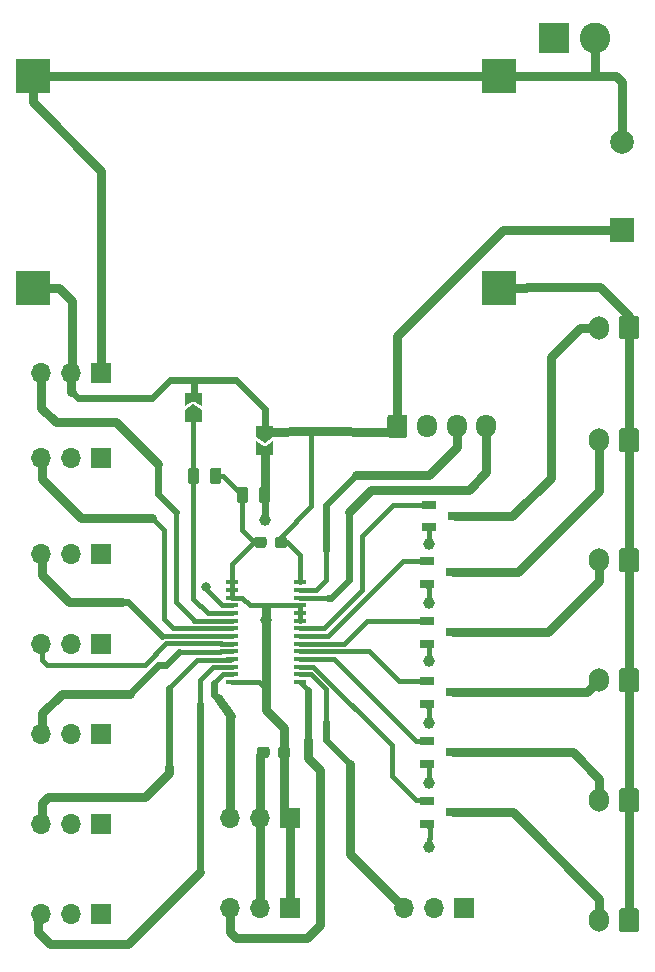
<source format=gbr>
G04 #@! TF.GenerationSoftware,KiCad,Pcbnew,5.1.5*
G04 #@! TF.CreationDate,2020-03-10T21:27:45+01:00*
G04 #@! TF.ProjectId,carte_PCA9685,63617274-655f-4504-9341-393638352e6b,rev?*
G04 #@! TF.SameCoordinates,Original*
G04 #@! TF.FileFunction,Copper,L1,Top*
G04 #@! TF.FilePolarity,Positive*
%FSLAX46Y46*%
G04 Gerber Fmt 4.6, Leading zero omitted, Abs format (unit mm)*
G04 Created by KiCad (PCBNEW 5.1.5) date 2020-03-10 21:27:45*
%MOMM*%
%LPD*%
G04 APERTURE LIST*
%ADD10C,0.100000*%
%ADD11O,1.700000X1.950000*%
%ADD12R,1.100000X0.400000*%
%ADD13R,2.000000X2.000000*%
%ADD14C,2.000000*%
%ADD15R,2.600000X2.600000*%
%ADD16C,2.600000*%
%ADD17O,1.700000X2.000000*%
%ADD18R,2.900000X2.900000*%
%ADD19R,1.200000X0.800000*%
%ADD20R,1.700000X1.700000*%
%ADD21O,1.700000X1.700000*%
%ADD22C,1.000000*%
%ADD23C,0.800000*%
%ADD24C,0.400000*%
%ADD25C,0.800000*%
%ADD26C,0.600000*%
G04 APERTURE END LIST*
G04 #@! TA.AperFunction,ComponentPad*
D10*
G36*
X161614504Y-65406204D02*
G01*
X161638773Y-65409804D01*
X161662571Y-65415765D01*
X161685671Y-65424030D01*
X161707849Y-65434520D01*
X161728893Y-65447133D01*
X161748598Y-65461747D01*
X161766777Y-65478223D01*
X161783253Y-65496402D01*
X161797867Y-65516107D01*
X161810480Y-65537151D01*
X161820970Y-65559329D01*
X161829235Y-65582429D01*
X161835196Y-65606227D01*
X161838796Y-65630496D01*
X161840000Y-65655000D01*
X161840000Y-67105000D01*
X161838796Y-67129504D01*
X161835196Y-67153773D01*
X161829235Y-67177571D01*
X161820970Y-67200671D01*
X161810480Y-67222849D01*
X161797867Y-67243893D01*
X161783253Y-67263598D01*
X161766777Y-67281777D01*
X161748598Y-67298253D01*
X161728893Y-67312867D01*
X161707849Y-67325480D01*
X161685671Y-67335970D01*
X161662571Y-67344235D01*
X161638773Y-67350196D01*
X161614504Y-67353796D01*
X161590000Y-67355000D01*
X160390000Y-67355000D01*
X160365496Y-67353796D01*
X160341227Y-67350196D01*
X160317429Y-67344235D01*
X160294329Y-67335970D01*
X160272151Y-67325480D01*
X160251107Y-67312867D01*
X160231402Y-67298253D01*
X160213223Y-67281777D01*
X160196747Y-67263598D01*
X160182133Y-67243893D01*
X160169520Y-67222849D01*
X160159030Y-67200671D01*
X160150765Y-67177571D01*
X160144804Y-67153773D01*
X160141204Y-67129504D01*
X160140000Y-67105000D01*
X160140000Y-65655000D01*
X160141204Y-65630496D01*
X160144804Y-65606227D01*
X160150765Y-65582429D01*
X160159030Y-65559329D01*
X160169520Y-65537151D01*
X160182133Y-65516107D01*
X160196747Y-65496402D01*
X160213223Y-65478223D01*
X160231402Y-65461747D01*
X160251107Y-65447133D01*
X160272151Y-65434520D01*
X160294329Y-65424030D01*
X160317429Y-65415765D01*
X160341227Y-65409804D01*
X160365496Y-65406204D01*
X160390000Y-65405000D01*
X161590000Y-65405000D01*
X161614504Y-65406204D01*
G37*
G04 #@! TD.AperFunction*
D11*
X163490000Y-66380000D03*
X165990000Y-66380000D03*
X168490000Y-66380000D03*
D12*
X147010000Y-79595000D03*
X147010000Y-80245000D03*
X147010000Y-80895000D03*
X147010000Y-81545000D03*
X147010000Y-82195000D03*
X147010000Y-82845000D03*
X147010000Y-83495000D03*
X147010000Y-84145000D03*
X147010000Y-84795000D03*
X147010000Y-85445000D03*
X147010000Y-86095000D03*
X147010000Y-86745000D03*
X147010000Y-87395000D03*
X147010000Y-88045000D03*
X152710000Y-88045000D03*
X152710000Y-87395000D03*
X152710000Y-86745000D03*
X152710000Y-86095000D03*
X152710000Y-85445000D03*
X152710000Y-84795000D03*
X152710000Y-84145000D03*
X152710000Y-83495000D03*
X152710000Y-82845000D03*
X152710000Y-82195000D03*
X152710000Y-81545000D03*
X152710000Y-80895000D03*
X152710000Y-80245000D03*
X152710000Y-79595000D03*
G04 #@! TA.AperFunction,SMDPad,CuDef*
D10*
G36*
X144470000Y-63560000D02*
G01*
X144470000Y-64710000D01*
X143720000Y-64210000D01*
X142970000Y-64710000D01*
X142970000Y-63560000D01*
X144470000Y-63560000D01*
G37*
G04 #@! TD.AperFunction*
G04 #@! TA.AperFunction,SMDPad,CuDef*
G36*
X143720000Y-64510000D02*
G01*
X144470000Y-65010000D01*
X144470000Y-66010000D01*
X142970000Y-66010000D01*
X142970000Y-65010000D01*
X143720000Y-64510000D01*
G37*
G04 #@! TD.AperFunction*
G04 #@! TA.AperFunction,SMDPad,CuDef*
G36*
X145862642Y-69891174D02*
G01*
X145886303Y-69894684D01*
X145909507Y-69900496D01*
X145932029Y-69908554D01*
X145953653Y-69918782D01*
X145974170Y-69931079D01*
X145993383Y-69945329D01*
X146011107Y-69961393D01*
X146027171Y-69979117D01*
X146041421Y-69998330D01*
X146053718Y-70018847D01*
X146063946Y-70040471D01*
X146072004Y-70062993D01*
X146077816Y-70086197D01*
X146081326Y-70109858D01*
X146082500Y-70133750D01*
X146082500Y-71046250D01*
X146081326Y-71070142D01*
X146077816Y-71093803D01*
X146072004Y-71117007D01*
X146063946Y-71139529D01*
X146053718Y-71161153D01*
X146041421Y-71181670D01*
X146027171Y-71200883D01*
X146011107Y-71218607D01*
X145993383Y-71234671D01*
X145974170Y-71248921D01*
X145953653Y-71261218D01*
X145932029Y-71271446D01*
X145909507Y-71279504D01*
X145886303Y-71285316D01*
X145862642Y-71288826D01*
X145838750Y-71290000D01*
X145351250Y-71290000D01*
X145327358Y-71288826D01*
X145303697Y-71285316D01*
X145280493Y-71279504D01*
X145257971Y-71271446D01*
X145236347Y-71261218D01*
X145215830Y-71248921D01*
X145196617Y-71234671D01*
X145178893Y-71218607D01*
X145162829Y-71200883D01*
X145148579Y-71181670D01*
X145136282Y-71161153D01*
X145126054Y-71139529D01*
X145117996Y-71117007D01*
X145112184Y-71093803D01*
X145108674Y-71070142D01*
X145107500Y-71046250D01*
X145107500Y-70133750D01*
X145108674Y-70109858D01*
X145112184Y-70086197D01*
X145117996Y-70062993D01*
X145126054Y-70040471D01*
X145136282Y-70018847D01*
X145148579Y-69998330D01*
X145162829Y-69979117D01*
X145178893Y-69961393D01*
X145196617Y-69945329D01*
X145215830Y-69931079D01*
X145236347Y-69918782D01*
X145257971Y-69908554D01*
X145280493Y-69900496D01*
X145303697Y-69894684D01*
X145327358Y-69891174D01*
X145351250Y-69890000D01*
X145838750Y-69890000D01*
X145862642Y-69891174D01*
G37*
G04 #@! TD.AperFunction*
G04 #@! TA.AperFunction,SMDPad,CuDef*
G36*
X143987642Y-69891174D02*
G01*
X144011303Y-69894684D01*
X144034507Y-69900496D01*
X144057029Y-69908554D01*
X144078653Y-69918782D01*
X144099170Y-69931079D01*
X144118383Y-69945329D01*
X144136107Y-69961393D01*
X144152171Y-69979117D01*
X144166421Y-69998330D01*
X144178718Y-70018847D01*
X144188946Y-70040471D01*
X144197004Y-70062993D01*
X144202816Y-70086197D01*
X144206326Y-70109858D01*
X144207500Y-70133750D01*
X144207500Y-71046250D01*
X144206326Y-71070142D01*
X144202816Y-71093803D01*
X144197004Y-71117007D01*
X144188946Y-71139529D01*
X144178718Y-71161153D01*
X144166421Y-71181670D01*
X144152171Y-71200883D01*
X144136107Y-71218607D01*
X144118383Y-71234671D01*
X144099170Y-71248921D01*
X144078653Y-71261218D01*
X144057029Y-71271446D01*
X144034507Y-71279504D01*
X144011303Y-71285316D01*
X143987642Y-71288826D01*
X143963750Y-71290000D01*
X143476250Y-71290000D01*
X143452358Y-71288826D01*
X143428697Y-71285316D01*
X143405493Y-71279504D01*
X143382971Y-71271446D01*
X143361347Y-71261218D01*
X143340830Y-71248921D01*
X143321617Y-71234671D01*
X143303893Y-71218607D01*
X143287829Y-71200883D01*
X143273579Y-71181670D01*
X143261282Y-71161153D01*
X143251054Y-71139529D01*
X143242996Y-71117007D01*
X143237184Y-71093803D01*
X143233674Y-71070142D01*
X143232500Y-71046250D01*
X143232500Y-70133750D01*
X143233674Y-70109858D01*
X143237184Y-70086197D01*
X143242996Y-70062993D01*
X143251054Y-70040471D01*
X143261282Y-70018847D01*
X143273579Y-69998330D01*
X143287829Y-69979117D01*
X143303893Y-69961393D01*
X143321617Y-69945329D01*
X143340830Y-69931079D01*
X143361347Y-69918782D01*
X143382971Y-69908554D01*
X143405493Y-69900496D01*
X143428697Y-69894684D01*
X143452358Y-69891174D01*
X143476250Y-69890000D01*
X143963750Y-69890000D01*
X143987642Y-69891174D01*
G37*
G04 #@! TD.AperFunction*
G04 #@! TA.AperFunction,SMDPad,CuDef*
G36*
X149733000Y-67839000D02*
G01*
X148983000Y-67339000D01*
X148983000Y-66339000D01*
X150483000Y-66339000D01*
X150483000Y-67339000D01*
X149733000Y-67839000D01*
G37*
G04 #@! TD.AperFunction*
G04 #@! TA.AperFunction,SMDPad,CuDef*
G36*
X148983000Y-68789000D02*
G01*
X148983000Y-67639000D01*
X149733000Y-68139000D01*
X150483000Y-67639000D01*
X150483000Y-68789000D01*
X148983000Y-68789000D01*
G37*
G04 #@! TD.AperFunction*
G04 #@! TA.AperFunction,SMDPad,CuDef*
G36*
X151440779Y-75726144D02*
G01*
X151463834Y-75729563D01*
X151486443Y-75735227D01*
X151508387Y-75743079D01*
X151529457Y-75753044D01*
X151549448Y-75765026D01*
X151568168Y-75778910D01*
X151585438Y-75794562D01*
X151601090Y-75811832D01*
X151614974Y-75830552D01*
X151626956Y-75850543D01*
X151636921Y-75871613D01*
X151644773Y-75893557D01*
X151650437Y-75916166D01*
X151653856Y-75939221D01*
X151655000Y-75962500D01*
X151655000Y-76437500D01*
X151653856Y-76460779D01*
X151650437Y-76483834D01*
X151644773Y-76506443D01*
X151636921Y-76528387D01*
X151626956Y-76549457D01*
X151614974Y-76569448D01*
X151601090Y-76588168D01*
X151585438Y-76605438D01*
X151568168Y-76621090D01*
X151549448Y-76634974D01*
X151529457Y-76646956D01*
X151508387Y-76656921D01*
X151486443Y-76664773D01*
X151463834Y-76670437D01*
X151440779Y-76673856D01*
X151417500Y-76675000D01*
X150842500Y-76675000D01*
X150819221Y-76673856D01*
X150796166Y-76670437D01*
X150773557Y-76664773D01*
X150751613Y-76656921D01*
X150730543Y-76646956D01*
X150710552Y-76634974D01*
X150691832Y-76621090D01*
X150674562Y-76605438D01*
X150658910Y-76588168D01*
X150645026Y-76569448D01*
X150633044Y-76549457D01*
X150623079Y-76528387D01*
X150615227Y-76506443D01*
X150609563Y-76483834D01*
X150606144Y-76460779D01*
X150605000Y-76437500D01*
X150605000Y-75962500D01*
X150606144Y-75939221D01*
X150609563Y-75916166D01*
X150615227Y-75893557D01*
X150623079Y-75871613D01*
X150633044Y-75850543D01*
X150645026Y-75830552D01*
X150658910Y-75811832D01*
X150674562Y-75794562D01*
X150691832Y-75778910D01*
X150710552Y-75765026D01*
X150730543Y-75753044D01*
X150751613Y-75743079D01*
X150773557Y-75735227D01*
X150796166Y-75729563D01*
X150819221Y-75726144D01*
X150842500Y-75725000D01*
X151417500Y-75725000D01*
X151440779Y-75726144D01*
G37*
G04 #@! TD.AperFunction*
G04 #@! TA.AperFunction,SMDPad,CuDef*
G36*
X149690779Y-75726144D02*
G01*
X149713834Y-75729563D01*
X149736443Y-75735227D01*
X149758387Y-75743079D01*
X149779457Y-75753044D01*
X149799448Y-75765026D01*
X149818168Y-75778910D01*
X149835438Y-75794562D01*
X149851090Y-75811832D01*
X149864974Y-75830552D01*
X149876956Y-75850543D01*
X149886921Y-75871613D01*
X149894773Y-75893557D01*
X149900437Y-75916166D01*
X149903856Y-75939221D01*
X149905000Y-75962500D01*
X149905000Y-76437500D01*
X149903856Y-76460779D01*
X149900437Y-76483834D01*
X149894773Y-76506443D01*
X149886921Y-76528387D01*
X149876956Y-76549457D01*
X149864974Y-76569448D01*
X149851090Y-76588168D01*
X149835438Y-76605438D01*
X149818168Y-76621090D01*
X149799448Y-76634974D01*
X149779457Y-76646956D01*
X149758387Y-76656921D01*
X149736443Y-76664773D01*
X149713834Y-76670437D01*
X149690779Y-76673856D01*
X149667500Y-76675000D01*
X149092500Y-76675000D01*
X149069221Y-76673856D01*
X149046166Y-76670437D01*
X149023557Y-76664773D01*
X149001613Y-76656921D01*
X148980543Y-76646956D01*
X148960552Y-76634974D01*
X148941832Y-76621090D01*
X148924562Y-76605438D01*
X148908910Y-76588168D01*
X148895026Y-76569448D01*
X148883044Y-76549457D01*
X148873079Y-76528387D01*
X148865227Y-76506443D01*
X148859563Y-76483834D01*
X148856144Y-76460779D01*
X148855000Y-76437500D01*
X148855000Y-75962500D01*
X148856144Y-75939221D01*
X148859563Y-75916166D01*
X148865227Y-75893557D01*
X148873079Y-75871613D01*
X148883044Y-75850543D01*
X148895026Y-75830552D01*
X148908910Y-75811832D01*
X148924562Y-75794562D01*
X148941832Y-75778910D01*
X148960552Y-75765026D01*
X148980543Y-75753044D01*
X149001613Y-75743079D01*
X149023557Y-75735227D01*
X149046166Y-75729563D01*
X149069221Y-75726144D01*
X149092500Y-75725000D01*
X149667500Y-75725000D01*
X149690779Y-75726144D01*
G37*
G04 #@! TD.AperFunction*
G04 #@! TA.AperFunction,SMDPad,CuDef*
G36*
X150005142Y-71493674D02*
G01*
X150028803Y-71497184D01*
X150052007Y-71502996D01*
X150074529Y-71511054D01*
X150096153Y-71521282D01*
X150116670Y-71533579D01*
X150135883Y-71547829D01*
X150153607Y-71563893D01*
X150169671Y-71581617D01*
X150183921Y-71600830D01*
X150196218Y-71621347D01*
X150206446Y-71642971D01*
X150214504Y-71665493D01*
X150220316Y-71688697D01*
X150223826Y-71712358D01*
X150225000Y-71736250D01*
X150225000Y-72648750D01*
X150223826Y-72672642D01*
X150220316Y-72696303D01*
X150214504Y-72719507D01*
X150206446Y-72742029D01*
X150196218Y-72763653D01*
X150183921Y-72784170D01*
X150169671Y-72803383D01*
X150153607Y-72821107D01*
X150135883Y-72837171D01*
X150116670Y-72851421D01*
X150096153Y-72863718D01*
X150074529Y-72873946D01*
X150052007Y-72882004D01*
X150028803Y-72887816D01*
X150005142Y-72891326D01*
X149981250Y-72892500D01*
X149493750Y-72892500D01*
X149469858Y-72891326D01*
X149446197Y-72887816D01*
X149422993Y-72882004D01*
X149400471Y-72873946D01*
X149378847Y-72863718D01*
X149358330Y-72851421D01*
X149339117Y-72837171D01*
X149321393Y-72821107D01*
X149305329Y-72803383D01*
X149291079Y-72784170D01*
X149278782Y-72763653D01*
X149268554Y-72742029D01*
X149260496Y-72719507D01*
X149254684Y-72696303D01*
X149251174Y-72672642D01*
X149250000Y-72648750D01*
X149250000Y-71736250D01*
X149251174Y-71712358D01*
X149254684Y-71688697D01*
X149260496Y-71665493D01*
X149268554Y-71642971D01*
X149278782Y-71621347D01*
X149291079Y-71600830D01*
X149305329Y-71581617D01*
X149321393Y-71563893D01*
X149339117Y-71547829D01*
X149358330Y-71533579D01*
X149378847Y-71521282D01*
X149400471Y-71511054D01*
X149422993Y-71502996D01*
X149446197Y-71497184D01*
X149469858Y-71493674D01*
X149493750Y-71492500D01*
X149981250Y-71492500D01*
X150005142Y-71493674D01*
G37*
G04 #@! TD.AperFunction*
G04 #@! TA.AperFunction,SMDPad,CuDef*
G36*
X148130142Y-71493674D02*
G01*
X148153803Y-71497184D01*
X148177007Y-71502996D01*
X148199529Y-71511054D01*
X148221153Y-71521282D01*
X148241670Y-71533579D01*
X148260883Y-71547829D01*
X148278607Y-71563893D01*
X148294671Y-71581617D01*
X148308921Y-71600830D01*
X148321218Y-71621347D01*
X148331446Y-71642971D01*
X148339504Y-71665493D01*
X148345316Y-71688697D01*
X148348826Y-71712358D01*
X148350000Y-71736250D01*
X148350000Y-72648750D01*
X148348826Y-72672642D01*
X148345316Y-72696303D01*
X148339504Y-72719507D01*
X148331446Y-72742029D01*
X148321218Y-72763653D01*
X148308921Y-72784170D01*
X148294671Y-72803383D01*
X148278607Y-72821107D01*
X148260883Y-72837171D01*
X148241670Y-72851421D01*
X148221153Y-72863718D01*
X148199529Y-72873946D01*
X148177007Y-72882004D01*
X148153803Y-72887816D01*
X148130142Y-72891326D01*
X148106250Y-72892500D01*
X147618750Y-72892500D01*
X147594858Y-72891326D01*
X147571197Y-72887816D01*
X147547993Y-72882004D01*
X147525471Y-72873946D01*
X147503847Y-72863718D01*
X147483330Y-72851421D01*
X147464117Y-72837171D01*
X147446393Y-72821107D01*
X147430329Y-72803383D01*
X147416079Y-72784170D01*
X147403782Y-72763653D01*
X147393554Y-72742029D01*
X147385496Y-72719507D01*
X147379684Y-72696303D01*
X147376174Y-72672642D01*
X147375000Y-72648750D01*
X147375000Y-71736250D01*
X147376174Y-71712358D01*
X147379684Y-71688697D01*
X147385496Y-71665493D01*
X147393554Y-71642971D01*
X147403782Y-71621347D01*
X147416079Y-71600830D01*
X147430329Y-71581617D01*
X147446393Y-71563893D01*
X147464117Y-71547829D01*
X147483330Y-71533579D01*
X147503847Y-71521282D01*
X147525471Y-71511054D01*
X147547993Y-71502996D01*
X147571197Y-71497184D01*
X147594858Y-71493674D01*
X147618750Y-71492500D01*
X148106250Y-71492500D01*
X148130142Y-71493674D01*
G37*
G04 #@! TD.AperFunction*
D13*
X179959000Y-49784000D03*
D14*
X179959000Y-42284000D03*
G04 #@! TA.AperFunction,SMDPad,CuDef*
D10*
G36*
X149944779Y-93506144D02*
G01*
X149967834Y-93509563D01*
X149990443Y-93515227D01*
X150012387Y-93523079D01*
X150033457Y-93533044D01*
X150053448Y-93545026D01*
X150072168Y-93558910D01*
X150089438Y-93574562D01*
X150105090Y-93591832D01*
X150118974Y-93610552D01*
X150130956Y-93630543D01*
X150140921Y-93651613D01*
X150148773Y-93673557D01*
X150154437Y-93696166D01*
X150157856Y-93719221D01*
X150159000Y-93742500D01*
X150159000Y-94217500D01*
X150157856Y-94240779D01*
X150154437Y-94263834D01*
X150148773Y-94286443D01*
X150140921Y-94308387D01*
X150130956Y-94329457D01*
X150118974Y-94349448D01*
X150105090Y-94368168D01*
X150089438Y-94385438D01*
X150072168Y-94401090D01*
X150053448Y-94414974D01*
X150033457Y-94426956D01*
X150012387Y-94436921D01*
X149990443Y-94444773D01*
X149967834Y-94450437D01*
X149944779Y-94453856D01*
X149921500Y-94455000D01*
X149346500Y-94455000D01*
X149323221Y-94453856D01*
X149300166Y-94450437D01*
X149277557Y-94444773D01*
X149255613Y-94436921D01*
X149234543Y-94426956D01*
X149214552Y-94414974D01*
X149195832Y-94401090D01*
X149178562Y-94385438D01*
X149162910Y-94368168D01*
X149149026Y-94349448D01*
X149137044Y-94329457D01*
X149127079Y-94308387D01*
X149119227Y-94286443D01*
X149113563Y-94263834D01*
X149110144Y-94240779D01*
X149109000Y-94217500D01*
X149109000Y-93742500D01*
X149110144Y-93719221D01*
X149113563Y-93696166D01*
X149119227Y-93673557D01*
X149127079Y-93651613D01*
X149137044Y-93630543D01*
X149149026Y-93610552D01*
X149162910Y-93591832D01*
X149178562Y-93574562D01*
X149195832Y-93558910D01*
X149214552Y-93545026D01*
X149234543Y-93533044D01*
X149255613Y-93523079D01*
X149277557Y-93515227D01*
X149300166Y-93509563D01*
X149323221Y-93506144D01*
X149346500Y-93505000D01*
X149921500Y-93505000D01*
X149944779Y-93506144D01*
G37*
G04 #@! TD.AperFunction*
G04 #@! TA.AperFunction,SMDPad,CuDef*
G36*
X151694779Y-93506144D02*
G01*
X151717834Y-93509563D01*
X151740443Y-93515227D01*
X151762387Y-93523079D01*
X151783457Y-93533044D01*
X151803448Y-93545026D01*
X151822168Y-93558910D01*
X151839438Y-93574562D01*
X151855090Y-93591832D01*
X151868974Y-93610552D01*
X151880956Y-93630543D01*
X151890921Y-93651613D01*
X151898773Y-93673557D01*
X151904437Y-93696166D01*
X151907856Y-93719221D01*
X151909000Y-93742500D01*
X151909000Y-94217500D01*
X151907856Y-94240779D01*
X151904437Y-94263834D01*
X151898773Y-94286443D01*
X151890921Y-94308387D01*
X151880956Y-94329457D01*
X151868974Y-94349448D01*
X151855090Y-94368168D01*
X151839438Y-94385438D01*
X151822168Y-94401090D01*
X151803448Y-94414974D01*
X151783457Y-94426956D01*
X151762387Y-94436921D01*
X151740443Y-94444773D01*
X151717834Y-94450437D01*
X151694779Y-94453856D01*
X151671500Y-94455000D01*
X151096500Y-94455000D01*
X151073221Y-94453856D01*
X151050166Y-94450437D01*
X151027557Y-94444773D01*
X151005613Y-94436921D01*
X150984543Y-94426956D01*
X150964552Y-94414974D01*
X150945832Y-94401090D01*
X150928562Y-94385438D01*
X150912910Y-94368168D01*
X150899026Y-94349448D01*
X150887044Y-94329457D01*
X150877079Y-94308387D01*
X150869227Y-94286443D01*
X150863563Y-94263834D01*
X150860144Y-94240779D01*
X150859000Y-94217500D01*
X150859000Y-93742500D01*
X150860144Y-93719221D01*
X150863563Y-93696166D01*
X150869227Y-93673557D01*
X150877079Y-93651613D01*
X150887044Y-93630543D01*
X150899026Y-93610552D01*
X150912910Y-93591832D01*
X150928562Y-93574562D01*
X150945832Y-93558910D01*
X150964552Y-93545026D01*
X150984543Y-93533044D01*
X151005613Y-93523079D01*
X151027557Y-93515227D01*
X151050166Y-93509563D01*
X151073221Y-93506144D01*
X151096500Y-93505000D01*
X151671500Y-93505000D01*
X151694779Y-93506144D01*
G37*
G04 #@! TD.AperFunction*
D15*
X174244000Y-33528000D03*
D16*
X177744000Y-33528000D03*
G04 #@! TA.AperFunction,ComponentPad*
D10*
G36*
X181218504Y-57040204D02*
G01*
X181242773Y-57043804D01*
X181266571Y-57049765D01*
X181289671Y-57058030D01*
X181311849Y-57068520D01*
X181332893Y-57081133D01*
X181352598Y-57095747D01*
X181370777Y-57112223D01*
X181387253Y-57130402D01*
X181401867Y-57150107D01*
X181414480Y-57171151D01*
X181424970Y-57193329D01*
X181433235Y-57216429D01*
X181439196Y-57240227D01*
X181442796Y-57264496D01*
X181444000Y-57289000D01*
X181444000Y-58789000D01*
X181442796Y-58813504D01*
X181439196Y-58837773D01*
X181433235Y-58861571D01*
X181424970Y-58884671D01*
X181414480Y-58906849D01*
X181401867Y-58927893D01*
X181387253Y-58947598D01*
X181370777Y-58965777D01*
X181352598Y-58982253D01*
X181332893Y-58996867D01*
X181311849Y-59009480D01*
X181289671Y-59019970D01*
X181266571Y-59028235D01*
X181242773Y-59034196D01*
X181218504Y-59037796D01*
X181194000Y-59039000D01*
X179994000Y-59039000D01*
X179969496Y-59037796D01*
X179945227Y-59034196D01*
X179921429Y-59028235D01*
X179898329Y-59019970D01*
X179876151Y-59009480D01*
X179855107Y-58996867D01*
X179835402Y-58982253D01*
X179817223Y-58965777D01*
X179800747Y-58947598D01*
X179786133Y-58927893D01*
X179773520Y-58906849D01*
X179763030Y-58884671D01*
X179754765Y-58861571D01*
X179748804Y-58837773D01*
X179745204Y-58813504D01*
X179744000Y-58789000D01*
X179744000Y-57289000D01*
X179745204Y-57264496D01*
X179748804Y-57240227D01*
X179754765Y-57216429D01*
X179763030Y-57193329D01*
X179773520Y-57171151D01*
X179786133Y-57150107D01*
X179800747Y-57130402D01*
X179817223Y-57112223D01*
X179835402Y-57095747D01*
X179855107Y-57081133D01*
X179876151Y-57068520D01*
X179898329Y-57058030D01*
X179921429Y-57049765D01*
X179945227Y-57043804D01*
X179969496Y-57040204D01*
X179994000Y-57039000D01*
X181194000Y-57039000D01*
X181218504Y-57040204D01*
G37*
G04 #@! TD.AperFunction*
D17*
X178094000Y-58039000D03*
G04 #@! TA.AperFunction,ComponentPad*
D10*
G36*
X181218504Y-107205204D02*
G01*
X181242773Y-107208804D01*
X181266571Y-107214765D01*
X181289671Y-107223030D01*
X181311849Y-107233520D01*
X181332893Y-107246133D01*
X181352598Y-107260747D01*
X181370777Y-107277223D01*
X181387253Y-107295402D01*
X181401867Y-107315107D01*
X181414480Y-107336151D01*
X181424970Y-107358329D01*
X181433235Y-107381429D01*
X181439196Y-107405227D01*
X181442796Y-107429496D01*
X181444000Y-107454000D01*
X181444000Y-108954000D01*
X181442796Y-108978504D01*
X181439196Y-109002773D01*
X181433235Y-109026571D01*
X181424970Y-109049671D01*
X181414480Y-109071849D01*
X181401867Y-109092893D01*
X181387253Y-109112598D01*
X181370777Y-109130777D01*
X181352598Y-109147253D01*
X181332893Y-109161867D01*
X181311849Y-109174480D01*
X181289671Y-109184970D01*
X181266571Y-109193235D01*
X181242773Y-109199196D01*
X181218504Y-109202796D01*
X181194000Y-109204000D01*
X179994000Y-109204000D01*
X179969496Y-109202796D01*
X179945227Y-109199196D01*
X179921429Y-109193235D01*
X179898329Y-109184970D01*
X179876151Y-109174480D01*
X179855107Y-109161867D01*
X179835402Y-109147253D01*
X179817223Y-109130777D01*
X179800747Y-109112598D01*
X179786133Y-109092893D01*
X179773520Y-109071849D01*
X179763030Y-109049671D01*
X179754765Y-109026571D01*
X179748804Y-109002773D01*
X179745204Y-108978504D01*
X179744000Y-108954000D01*
X179744000Y-107454000D01*
X179745204Y-107429496D01*
X179748804Y-107405227D01*
X179754765Y-107381429D01*
X179763030Y-107358329D01*
X179773520Y-107336151D01*
X179786133Y-107315107D01*
X179800747Y-107295402D01*
X179817223Y-107277223D01*
X179835402Y-107260747D01*
X179855107Y-107246133D01*
X179876151Y-107233520D01*
X179898329Y-107223030D01*
X179921429Y-107214765D01*
X179945227Y-107208804D01*
X179969496Y-107205204D01*
X179994000Y-107204000D01*
X181194000Y-107204000D01*
X181218504Y-107205204D01*
G37*
G04 #@! TD.AperFunction*
D17*
X178094000Y-108204000D03*
X178094000Y-98044000D03*
G04 #@! TA.AperFunction,ComponentPad*
D10*
G36*
X181218504Y-97045204D02*
G01*
X181242773Y-97048804D01*
X181266571Y-97054765D01*
X181289671Y-97063030D01*
X181311849Y-97073520D01*
X181332893Y-97086133D01*
X181352598Y-97100747D01*
X181370777Y-97117223D01*
X181387253Y-97135402D01*
X181401867Y-97155107D01*
X181414480Y-97176151D01*
X181424970Y-97198329D01*
X181433235Y-97221429D01*
X181439196Y-97245227D01*
X181442796Y-97269496D01*
X181444000Y-97294000D01*
X181444000Y-98794000D01*
X181442796Y-98818504D01*
X181439196Y-98842773D01*
X181433235Y-98866571D01*
X181424970Y-98889671D01*
X181414480Y-98911849D01*
X181401867Y-98932893D01*
X181387253Y-98952598D01*
X181370777Y-98970777D01*
X181352598Y-98987253D01*
X181332893Y-99001867D01*
X181311849Y-99014480D01*
X181289671Y-99024970D01*
X181266571Y-99033235D01*
X181242773Y-99039196D01*
X181218504Y-99042796D01*
X181194000Y-99044000D01*
X179994000Y-99044000D01*
X179969496Y-99042796D01*
X179945227Y-99039196D01*
X179921429Y-99033235D01*
X179898329Y-99024970D01*
X179876151Y-99014480D01*
X179855107Y-99001867D01*
X179835402Y-98987253D01*
X179817223Y-98970777D01*
X179800747Y-98952598D01*
X179786133Y-98932893D01*
X179773520Y-98911849D01*
X179763030Y-98889671D01*
X179754765Y-98866571D01*
X179748804Y-98842773D01*
X179745204Y-98818504D01*
X179744000Y-98794000D01*
X179744000Y-97294000D01*
X179745204Y-97269496D01*
X179748804Y-97245227D01*
X179754765Y-97221429D01*
X179763030Y-97198329D01*
X179773520Y-97176151D01*
X179786133Y-97155107D01*
X179800747Y-97135402D01*
X179817223Y-97117223D01*
X179835402Y-97100747D01*
X179855107Y-97086133D01*
X179876151Y-97073520D01*
X179898329Y-97063030D01*
X179921429Y-97054765D01*
X179945227Y-97048804D01*
X179969496Y-97045204D01*
X179994000Y-97044000D01*
X181194000Y-97044000D01*
X181218504Y-97045204D01*
G37*
G04 #@! TD.AperFunction*
D17*
X178094000Y-87884000D03*
G04 #@! TA.AperFunction,ComponentPad*
D10*
G36*
X181218504Y-86885204D02*
G01*
X181242773Y-86888804D01*
X181266571Y-86894765D01*
X181289671Y-86903030D01*
X181311849Y-86913520D01*
X181332893Y-86926133D01*
X181352598Y-86940747D01*
X181370777Y-86957223D01*
X181387253Y-86975402D01*
X181401867Y-86995107D01*
X181414480Y-87016151D01*
X181424970Y-87038329D01*
X181433235Y-87061429D01*
X181439196Y-87085227D01*
X181442796Y-87109496D01*
X181444000Y-87134000D01*
X181444000Y-88634000D01*
X181442796Y-88658504D01*
X181439196Y-88682773D01*
X181433235Y-88706571D01*
X181424970Y-88729671D01*
X181414480Y-88751849D01*
X181401867Y-88772893D01*
X181387253Y-88792598D01*
X181370777Y-88810777D01*
X181352598Y-88827253D01*
X181332893Y-88841867D01*
X181311849Y-88854480D01*
X181289671Y-88864970D01*
X181266571Y-88873235D01*
X181242773Y-88879196D01*
X181218504Y-88882796D01*
X181194000Y-88884000D01*
X179994000Y-88884000D01*
X179969496Y-88882796D01*
X179945227Y-88879196D01*
X179921429Y-88873235D01*
X179898329Y-88864970D01*
X179876151Y-88854480D01*
X179855107Y-88841867D01*
X179835402Y-88827253D01*
X179817223Y-88810777D01*
X179800747Y-88792598D01*
X179786133Y-88772893D01*
X179773520Y-88751849D01*
X179763030Y-88729671D01*
X179754765Y-88706571D01*
X179748804Y-88682773D01*
X179745204Y-88658504D01*
X179744000Y-88634000D01*
X179744000Y-87134000D01*
X179745204Y-87109496D01*
X179748804Y-87085227D01*
X179754765Y-87061429D01*
X179763030Y-87038329D01*
X179773520Y-87016151D01*
X179786133Y-86995107D01*
X179800747Y-86975402D01*
X179817223Y-86957223D01*
X179835402Y-86940747D01*
X179855107Y-86926133D01*
X179876151Y-86913520D01*
X179898329Y-86903030D01*
X179921429Y-86894765D01*
X179945227Y-86888804D01*
X179969496Y-86885204D01*
X179994000Y-86884000D01*
X181194000Y-86884000D01*
X181218504Y-86885204D01*
G37*
G04 #@! TD.AperFunction*
D17*
X178094000Y-77724000D03*
G04 #@! TA.AperFunction,ComponentPad*
D10*
G36*
X181218504Y-76725204D02*
G01*
X181242773Y-76728804D01*
X181266571Y-76734765D01*
X181289671Y-76743030D01*
X181311849Y-76753520D01*
X181332893Y-76766133D01*
X181352598Y-76780747D01*
X181370777Y-76797223D01*
X181387253Y-76815402D01*
X181401867Y-76835107D01*
X181414480Y-76856151D01*
X181424970Y-76878329D01*
X181433235Y-76901429D01*
X181439196Y-76925227D01*
X181442796Y-76949496D01*
X181444000Y-76974000D01*
X181444000Y-78474000D01*
X181442796Y-78498504D01*
X181439196Y-78522773D01*
X181433235Y-78546571D01*
X181424970Y-78569671D01*
X181414480Y-78591849D01*
X181401867Y-78612893D01*
X181387253Y-78632598D01*
X181370777Y-78650777D01*
X181352598Y-78667253D01*
X181332893Y-78681867D01*
X181311849Y-78694480D01*
X181289671Y-78704970D01*
X181266571Y-78713235D01*
X181242773Y-78719196D01*
X181218504Y-78722796D01*
X181194000Y-78724000D01*
X179994000Y-78724000D01*
X179969496Y-78722796D01*
X179945227Y-78719196D01*
X179921429Y-78713235D01*
X179898329Y-78704970D01*
X179876151Y-78694480D01*
X179855107Y-78681867D01*
X179835402Y-78667253D01*
X179817223Y-78650777D01*
X179800747Y-78632598D01*
X179786133Y-78612893D01*
X179773520Y-78591849D01*
X179763030Y-78569671D01*
X179754765Y-78546571D01*
X179748804Y-78522773D01*
X179745204Y-78498504D01*
X179744000Y-78474000D01*
X179744000Y-76974000D01*
X179745204Y-76949496D01*
X179748804Y-76925227D01*
X179754765Y-76901429D01*
X179763030Y-76878329D01*
X179773520Y-76856151D01*
X179786133Y-76835107D01*
X179800747Y-76815402D01*
X179817223Y-76797223D01*
X179835402Y-76780747D01*
X179855107Y-76766133D01*
X179876151Y-76753520D01*
X179898329Y-76743030D01*
X179921429Y-76734765D01*
X179945227Y-76728804D01*
X179969496Y-76725204D01*
X179994000Y-76724000D01*
X181194000Y-76724000D01*
X181218504Y-76725204D01*
G37*
G04 #@! TD.AperFunction*
G04 #@! TA.AperFunction,ComponentPad*
G36*
X181218504Y-66565204D02*
G01*
X181242773Y-66568804D01*
X181266571Y-66574765D01*
X181289671Y-66583030D01*
X181311849Y-66593520D01*
X181332893Y-66606133D01*
X181352598Y-66620747D01*
X181370777Y-66637223D01*
X181387253Y-66655402D01*
X181401867Y-66675107D01*
X181414480Y-66696151D01*
X181424970Y-66718329D01*
X181433235Y-66741429D01*
X181439196Y-66765227D01*
X181442796Y-66789496D01*
X181444000Y-66814000D01*
X181444000Y-68314000D01*
X181442796Y-68338504D01*
X181439196Y-68362773D01*
X181433235Y-68386571D01*
X181424970Y-68409671D01*
X181414480Y-68431849D01*
X181401867Y-68452893D01*
X181387253Y-68472598D01*
X181370777Y-68490777D01*
X181352598Y-68507253D01*
X181332893Y-68521867D01*
X181311849Y-68534480D01*
X181289671Y-68544970D01*
X181266571Y-68553235D01*
X181242773Y-68559196D01*
X181218504Y-68562796D01*
X181194000Y-68564000D01*
X179994000Y-68564000D01*
X179969496Y-68562796D01*
X179945227Y-68559196D01*
X179921429Y-68553235D01*
X179898329Y-68544970D01*
X179876151Y-68534480D01*
X179855107Y-68521867D01*
X179835402Y-68507253D01*
X179817223Y-68490777D01*
X179800747Y-68472598D01*
X179786133Y-68452893D01*
X179773520Y-68431849D01*
X179763030Y-68409671D01*
X179754765Y-68386571D01*
X179748804Y-68362773D01*
X179745204Y-68338504D01*
X179744000Y-68314000D01*
X179744000Y-66814000D01*
X179745204Y-66789496D01*
X179748804Y-66765227D01*
X179754765Y-66741429D01*
X179763030Y-66718329D01*
X179773520Y-66696151D01*
X179786133Y-66675107D01*
X179800747Y-66655402D01*
X179817223Y-66637223D01*
X179835402Y-66620747D01*
X179855107Y-66606133D01*
X179876151Y-66593520D01*
X179898329Y-66583030D01*
X179921429Y-66574765D01*
X179945227Y-66568804D01*
X179969496Y-66565204D01*
X179994000Y-66564000D01*
X181194000Y-66564000D01*
X181218504Y-66565204D01*
G37*
G04 #@! TD.AperFunction*
D17*
X178094000Y-67564000D03*
D18*
X169610000Y-54720000D03*
X169610000Y-36720000D03*
X130110000Y-54720000D03*
X130110000Y-36720000D03*
D19*
X163700000Y-73050000D03*
X163700000Y-74950000D03*
X165900000Y-74000000D03*
X163530000Y-98130000D03*
X163530000Y-100030000D03*
X165730000Y-99080000D03*
X163530000Y-93050000D03*
X163530000Y-94950000D03*
X165730000Y-94000000D03*
X165730000Y-88920000D03*
X163530000Y-89870000D03*
X163530000Y-87970000D03*
X165730000Y-83840000D03*
X163530000Y-84790000D03*
X163530000Y-82890000D03*
X165730000Y-78760000D03*
X163530000Y-79710000D03*
X163530000Y-77810000D03*
D20*
X135930000Y-61920000D03*
D21*
X133390000Y-61920000D03*
X130850000Y-61920000D03*
D20*
X135930000Y-69088000D03*
D21*
X133390000Y-69088000D03*
X130850000Y-69088000D03*
X130850000Y-77216000D03*
X133390000Y-77216000D03*
D20*
X135930000Y-77216000D03*
X135930000Y-84836000D03*
D21*
X133390000Y-84836000D03*
X130850000Y-84836000D03*
X130850000Y-92456000D03*
X133390000Y-92456000D03*
D20*
X135930000Y-92456000D03*
D21*
X130850000Y-100076000D03*
X133390000Y-100076000D03*
D20*
X135930000Y-100076000D03*
X135930000Y-107696000D03*
D21*
X133390000Y-107696000D03*
X130850000Y-107696000D03*
D20*
X151892000Y-107188000D03*
D21*
X149352000Y-107188000D03*
X146812000Y-107188000D03*
X146812000Y-99568000D03*
X149352000Y-99568000D03*
D20*
X151892000Y-99568000D03*
X166624000Y-107188000D03*
D21*
X164084000Y-107188000D03*
X161544000Y-107188000D03*
D22*
X163656000Y-102028000D03*
X163656000Y-76374000D03*
X163656000Y-81327000D03*
X163656000Y-86280000D03*
X163656000Y-91487000D03*
X163656000Y-96567000D03*
X149860000Y-82804000D03*
D23*
X144780000Y-80010000D03*
D22*
X149733000Y-74295000D03*
D24*
X151655000Y-76200000D02*
X152710000Y-77255000D01*
X152710000Y-78995000D02*
X152710000Y-79595000D01*
X151130000Y-76200000D02*
X151655000Y-76200000D01*
X152710000Y-77255000D02*
X152710000Y-77255000D01*
X152710000Y-77255000D02*
X152710000Y-78995000D01*
D25*
X149312000Y-99648000D02*
X149392000Y-99568000D01*
X149312000Y-107188000D02*
X149312000Y-99648000D01*
X149392000Y-94222000D02*
X149634000Y-93980000D01*
X149392000Y-99568000D02*
X149392000Y-94222000D01*
X160531000Y-66839000D02*
X160990000Y-66380000D01*
D26*
X143764000Y-64009990D02*
X143720000Y-64009990D01*
X133430000Y-63495000D02*
X133943000Y-64008000D01*
X133943000Y-64008000D02*
X140208000Y-64008000D01*
X140208000Y-64008000D02*
X141732000Y-62484000D01*
X149733000Y-64897000D02*
X149733000Y-66839000D01*
X147320000Y-62484000D02*
X149733000Y-64897000D01*
X143764000Y-62484000D02*
X143764000Y-64009990D01*
X143764000Y-62484000D02*
X147320000Y-62484000D01*
X141732000Y-62484000D02*
X143764000Y-62484000D01*
D25*
X133430000Y-55790000D02*
X133430000Y-60145000D01*
X133430000Y-60145000D02*
X133430000Y-61920000D01*
X132360000Y-54720000D02*
X133430000Y-55790000D01*
X130110000Y-54720000D02*
X132360000Y-54720000D01*
X160990000Y-66380000D02*
X160990000Y-58720000D01*
X169926000Y-49784000D02*
X179959000Y-49784000D01*
X160990000Y-58720000D02*
X169926000Y-49784000D01*
D24*
X153695400Y-73159600D02*
X153695400Y-66827400D01*
X151130000Y-75725000D02*
X153695400Y-73159600D01*
D25*
X149733000Y-66839000D02*
X153695400Y-66827400D01*
X153695400Y-66827400D02*
X160531000Y-66839000D01*
X133390000Y-63455000D02*
X133390000Y-61920000D01*
X133430000Y-63495000D02*
X133390000Y-63455000D01*
X163490000Y-66255000D02*
X163490000Y-66380000D01*
X163490000Y-79750000D02*
X163530000Y-79710000D01*
X163490000Y-89910000D02*
X163530000Y-89870000D01*
D24*
X147010000Y-80245000D02*
X147010000Y-79595000D01*
X149860000Y-81534000D02*
X148480002Y-81545000D01*
X147830002Y-80895000D02*
X147010000Y-80895000D01*
X148480002Y-81545000D02*
X147830002Y-80895000D01*
D25*
X149860000Y-90170000D02*
X149860000Y-82804000D01*
D24*
X149860000Y-81788000D02*
X149860000Y-81534000D01*
X147010000Y-78045000D02*
X148855000Y-76200000D01*
X152710000Y-81545000D02*
X152710000Y-82195000D01*
X147010000Y-80895000D02*
X147010000Y-80245000D01*
X152710000Y-81545000D02*
X149860000Y-81534000D01*
X152710000Y-82195000D02*
X152710000Y-82845000D01*
X147010000Y-79595000D02*
X147010000Y-78045000D01*
D25*
X135930000Y-60945000D02*
X135930000Y-61920000D01*
X135930000Y-44790000D02*
X135930000Y-60945000D01*
X130110000Y-38970000D02*
X135930000Y-44790000D01*
X130110000Y-36720000D02*
X130110000Y-38970000D01*
X149860000Y-90170000D02*
X149860000Y-90424000D01*
X151384000Y-91948000D02*
X151384000Y-93980000D01*
X149860000Y-90424000D02*
X151384000Y-91948000D01*
D24*
X149768458Y-88392000D02*
X149814229Y-88437771D01*
X149618458Y-88392000D02*
X149768458Y-88392000D01*
X147010000Y-88045000D02*
X149271458Y-88045000D01*
X149271458Y-88045000D02*
X149618458Y-88392000D01*
X146260000Y-70590000D02*
X147862500Y-72192500D01*
X145595000Y-70590000D02*
X146260000Y-70590000D01*
X148855000Y-76200000D02*
X149380000Y-76200000D01*
X147862500Y-75207500D02*
X148855000Y-76200000D01*
X147862500Y-72192500D02*
X147862500Y-75207500D01*
D25*
X130110000Y-36720000D02*
X169610000Y-36720000D01*
D24*
X163656000Y-95076000D02*
X163530000Y-94950000D01*
X163656000Y-96567000D02*
X163656000Y-95076000D01*
X163703000Y-101273894D02*
X163703000Y-100457000D01*
X163656000Y-102028000D02*
X163656000Y-101320894D01*
X163530000Y-100030000D02*
X163703000Y-100457000D01*
X163656000Y-89996000D02*
X163530000Y-89870000D01*
X163656000Y-91487000D02*
X163656000Y-89996000D01*
X163656000Y-84916000D02*
X163530000Y-84790000D01*
X163656000Y-86280000D02*
X163656000Y-84916000D01*
X163656000Y-79836000D02*
X163530000Y-79710000D01*
X163656000Y-81327000D02*
X163656000Y-79836000D01*
X163656000Y-74994000D02*
X163700000Y-74950000D01*
X163656000Y-76374000D02*
X163656000Y-74994000D01*
D25*
X149860000Y-82804000D02*
X149860000Y-81788000D01*
X151892000Y-99568000D02*
X151892000Y-107188000D01*
X151384000Y-99060000D02*
X151892000Y-99568000D01*
X151384000Y-93980000D02*
X151384000Y-99060000D01*
X177744000Y-36632000D02*
X177744000Y-33528000D01*
X169610000Y-36720000D02*
X177656000Y-36720000D01*
X177656000Y-36720000D02*
X177744000Y-36632000D01*
X177656000Y-36720000D02*
X179468000Y-36720000D01*
X179959000Y-37211000D02*
X179959000Y-42284000D01*
X179468000Y-36720000D02*
X179959000Y-37211000D01*
X180594000Y-107204000D02*
X180594000Y-98044000D01*
X180594000Y-108204000D02*
X180594000Y-107204000D01*
X180594000Y-98044000D02*
X180594000Y-87884000D01*
X180594000Y-87884000D02*
X180594000Y-77724000D01*
X180594000Y-77724000D02*
X180594000Y-67564000D01*
X171860000Y-54720000D02*
X171970000Y-54610000D01*
X169610000Y-54720000D02*
X171860000Y-54720000D01*
X180594000Y-67564000D02*
X180594000Y-57404000D01*
X180594000Y-57039000D02*
X180594000Y-58039000D01*
X178165000Y-54610000D02*
X180594000Y-57039000D01*
X171970000Y-54610000D02*
X178165000Y-54610000D01*
D24*
X152710000Y-80245000D02*
X154006500Y-80245000D01*
X154006500Y-80245000D02*
X154070000Y-80245000D01*
X154070000Y-80245000D02*
X154940000Y-79375000D01*
D26*
X154940000Y-76835000D02*
X154940000Y-73025000D01*
D24*
X154940000Y-76835000D02*
X154940000Y-74930000D01*
X154940000Y-79375000D02*
X154940000Y-76835000D01*
D26*
X154940000Y-73025000D02*
X157480000Y-70485000D01*
D25*
X165990000Y-68155000D02*
X165990000Y-66380000D01*
X163660000Y-70485000D02*
X165990000Y-68155000D01*
X157480000Y-70485000D02*
X163660000Y-70485000D01*
X168060000Y-66040000D02*
X168910000Y-66040000D01*
D24*
X168522998Y-66412998D02*
X168490000Y-66380000D01*
X168522998Y-66507000D02*
X168522998Y-66412998D01*
X152710000Y-80895000D02*
X155071001Y-80894999D01*
D26*
X155071001Y-80894999D02*
X155325001Y-80894999D01*
X155325001Y-80894999D02*
X156845000Y-79375000D01*
X156845000Y-79375000D02*
X156845000Y-73660000D01*
D25*
X156845000Y-73660000D02*
X158750000Y-71755000D01*
X158750000Y-71755000D02*
X167005000Y-71755000D01*
X168490000Y-70270000D02*
X168490000Y-66380000D01*
X167005000Y-71755000D02*
X168490000Y-70270000D01*
D24*
X146000500Y-86804500D02*
X145351500Y-86804500D01*
X147010000Y-86745000D02*
X146060000Y-86745000D01*
X146060000Y-86745000D02*
X146000500Y-86804500D01*
X145351500Y-86804500D02*
X144272000Y-87884000D01*
X144272000Y-87884000D02*
X144272000Y-89916000D01*
D25*
X130930000Y-107821000D02*
X130556000Y-108195000D01*
X130930000Y-107696000D02*
X130930000Y-107821000D01*
X130556000Y-108195000D02*
X130556000Y-109220000D01*
X130556000Y-109220000D02*
X131572000Y-110236000D01*
X131572000Y-110236000D02*
X135917098Y-110236000D01*
X135917098Y-110236000D02*
X138176000Y-110236000D01*
X138176000Y-110236000D02*
X144272000Y-104140000D01*
D26*
X144272000Y-89916000D02*
X144272000Y-104140000D01*
D24*
X152747000Y-88045000D02*
X153416000Y-88714000D01*
X152710000Y-88045000D02*
X152747000Y-88045000D01*
D26*
X153416000Y-88714000D02*
X153416000Y-92964000D01*
D25*
X154432000Y-95504000D02*
X154432000Y-108585000D01*
X153416000Y-92964000D02*
X153416000Y-94488000D01*
X153416000Y-94488000D02*
X154432000Y-95504000D01*
X146812000Y-109220000D02*
X146812000Y-107188000D01*
X147320000Y-109728000D02*
X146812000Y-109220000D01*
X153289000Y-109728000D02*
X154432000Y-108585000D01*
X147320000Y-109728000D02*
X153289000Y-109728000D01*
D24*
X147010000Y-87395000D02*
X146189998Y-87395000D01*
D26*
X145494499Y-88090499D02*
X145494499Y-89106499D01*
X145494499Y-89106499D02*
X145796000Y-89408000D01*
D24*
X146189998Y-87395000D02*
X145494499Y-88090499D01*
D25*
X145796000Y-89408000D02*
X146892000Y-90916998D01*
X146812000Y-90996998D02*
X146812000Y-99568000D01*
X146892000Y-90916998D02*
X146812000Y-90996998D01*
D24*
X147010000Y-82845000D02*
X143805000Y-82845000D01*
D26*
X140716000Y-69596000D02*
X140716000Y-72136000D01*
X140716000Y-72136000D02*
X142240000Y-73660000D01*
D24*
X142240000Y-81280000D02*
X143764000Y-82804000D01*
X142240000Y-73660000D02*
X142240000Y-81280000D01*
D25*
X132080000Y-66040000D02*
X137160000Y-66040000D01*
X137160000Y-66040000D02*
X140716000Y-69596000D01*
X130850000Y-61920000D02*
X130850000Y-64810000D01*
X130850000Y-64810000D02*
X132080000Y-66040000D01*
D24*
X147010000Y-83495000D02*
X141978500Y-83495000D01*
X141978500Y-83495000D02*
X141224000Y-82740500D01*
X141224000Y-82740500D02*
X141224000Y-75184000D01*
X141224000Y-75184000D02*
X140208000Y-74168000D01*
D25*
X130930000Y-70863000D02*
X130930000Y-69088000D01*
X134235000Y-74168000D02*
X130930000Y-70863000D01*
X140208000Y-74168000D02*
X134235000Y-74168000D01*
D24*
X144455000Y-84145000D02*
X144343000Y-84145000D01*
X147010000Y-84145000D02*
X144455000Y-84145000D01*
D25*
X130930000Y-78991000D02*
X133219000Y-81280000D01*
X130930000Y-77216000D02*
X130930000Y-78991000D01*
X133219000Y-81280000D02*
X137668000Y-81280000D01*
D24*
X147010000Y-84145000D02*
X141041000Y-84145000D01*
D26*
X138176000Y-81280000D02*
X141041000Y-84145000D01*
X137668000Y-81280000D02*
X138176000Y-81280000D01*
D24*
X141404970Y-84770992D02*
X139612762Y-86563200D01*
X146035992Y-84770992D02*
X141404970Y-84770992D01*
X147010000Y-84795000D02*
X146060000Y-84795000D01*
X146060000Y-84795000D02*
X146035992Y-84770992D01*
X130930000Y-86211000D02*
X130930000Y-84836000D01*
X131282200Y-86563200D02*
X130930000Y-86211000D01*
X139612762Y-86563200D02*
X131282200Y-86563200D01*
X147010000Y-85445000D02*
X146060000Y-85445000D01*
X146060000Y-85445000D02*
X145970500Y-85534500D01*
D26*
X140716000Y-86614000D02*
X138303000Y-89027000D01*
D25*
X132584000Y-89027000D02*
X130930000Y-90681000D01*
X130930000Y-90681000D02*
X130930000Y-92456000D01*
X138303000Y-89027000D02*
X132584000Y-89027000D01*
D26*
X141351000Y-86614000D02*
X142494000Y-85471000D01*
X140716000Y-86614000D02*
X141351000Y-86614000D01*
D24*
X145970500Y-85534500D02*
X142494000Y-85471000D01*
X146886500Y-86095000D02*
X146836501Y-86144999D01*
X146836501Y-86144999D02*
X144042501Y-86144999D01*
X147010000Y-86095000D02*
X146886500Y-86095000D01*
X144042501Y-86144999D02*
X143979001Y-86144999D01*
X143979001Y-86144999D02*
X141605000Y-88519000D01*
D26*
X141605000Y-88519000D02*
X141605000Y-95250000D01*
D25*
X141605000Y-95250000D02*
X141605000Y-95758000D01*
X141605000Y-95758000D02*
X139573000Y-97790000D01*
X130930000Y-98301000D02*
X130930000Y-100076000D01*
X131441000Y-97790000D02*
X130930000Y-98301000D01*
X139573000Y-97790000D02*
X131441000Y-97790000D01*
D24*
X153660000Y-87395000D02*
X154940000Y-88675000D01*
X152710000Y-87395000D02*
X153660000Y-87395000D01*
X154940000Y-88675000D02*
X154940000Y-91440000D01*
D26*
X154940000Y-91440000D02*
X154940000Y-92964000D01*
X154940000Y-92964000D02*
X156972000Y-94996000D01*
D25*
X156972000Y-102616000D02*
X161544000Y-107188000D01*
X156972000Y-94996000D02*
X156972000Y-102616000D01*
D24*
X146124500Y-81545000D02*
X144780000Y-80200500D01*
X147010000Y-81545000D02*
X146124500Y-81545000D01*
X144780000Y-80200500D02*
X144780000Y-80010000D01*
X144780000Y-80010000D02*
X144780000Y-80010000D01*
D26*
X149733000Y-72197000D02*
X149737500Y-72192500D01*
X149733000Y-74295000D02*
X149733000Y-72197000D01*
X149737500Y-68343510D02*
X149733000Y-68339010D01*
D25*
X149737500Y-68443510D02*
X149733000Y-68439010D01*
X149737500Y-72192500D02*
X149737500Y-68443510D01*
D24*
X143720000Y-80982000D02*
X143720000Y-74717500D01*
X147010000Y-82195000D02*
X144933000Y-82195000D01*
X144933000Y-82195000D02*
X143720000Y-80982000D01*
X143720000Y-65510000D02*
X143720000Y-70590000D01*
X143720000Y-74717500D02*
X143720000Y-70590000D01*
X157988000Y-75692000D02*
X160630000Y-73050000D01*
X160630000Y-73050000D02*
X163700000Y-73050000D01*
X157988000Y-80264000D02*
X157988000Y-75692000D01*
X152710000Y-83495000D02*
X154757000Y-83495000D01*
X154757000Y-83495000D02*
X157988000Y-80264000D01*
X153858542Y-86745000D02*
X160528000Y-93414458D01*
X152710000Y-86745000D02*
X153858542Y-86745000D01*
X160528000Y-96012000D02*
X162560000Y-98044000D01*
X160528000Y-94488000D02*
X160528000Y-96012000D01*
X160528000Y-93414458D02*
X160528000Y-94488000D01*
X162560000Y-98044000D02*
X163530000Y-98130000D01*
X162530000Y-93050000D02*
X163530000Y-93050000D01*
X155575000Y-86095000D02*
X154675000Y-86095000D01*
X162530000Y-93050000D02*
X155575000Y-86095000D01*
X154675000Y-86095000D02*
X152710000Y-86095000D01*
X152710000Y-85445000D02*
X158597000Y-85445000D01*
X161122000Y-87970000D02*
X163530000Y-87970000D01*
X158597000Y-85445000D02*
X161122000Y-87970000D01*
X152710000Y-84795000D02*
X156505000Y-84795000D01*
X158410000Y-82890000D02*
X163530000Y-82890000D01*
X156505000Y-84795000D02*
X158410000Y-82890000D01*
X161458000Y-77810000D02*
X163530000Y-77810000D01*
X152710000Y-84145000D02*
X155123000Y-84145000D01*
X155123000Y-84145000D02*
X161458000Y-77810000D01*
D25*
X165730000Y-99080000D02*
X170770000Y-99080000D01*
X178094000Y-106404000D02*
X178094000Y-108204000D01*
X170770000Y-99080000D02*
X178094000Y-106404000D01*
X178094000Y-96244000D02*
X178094000Y-98044000D01*
X175850000Y-94000000D02*
X178094000Y-96244000D01*
X165730000Y-94000000D02*
X175850000Y-94000000D01*
X177058000Y-88920000D02*
X178094000Y-87884000D01*
X165730000Y-88920000D02*
X177058000Y-88920000D01*
X178094000Y-79524000D02*
X178094000Y-77724000D01*
X165730000Y-83840000D02*
X173778000Y-83840000D01*
X173778000Y-83840000D02*
X178094000Y-79524000D01*
X165730000Y-78760000D02*
X171176000Y-78760000D01*
X178094000Y-71842000D02*
X178094000Y-67564000D01*
X171176000Y-78760000D02*
X178094000Y-71842000D01*
X176444000Y-58039000D02*
X178094000Y-58039000D01*
X173990000Y-70739000D02*
X173990000Y-60493000D01*
X173990000Y-60493000D02*
X176444000Y-58039000D01*
X170729000Y-74000000D02*
X173990000Y-70739000D01*
X165900000Y-74000000D02*
X170729000Y-74000000D01*
M02*

</source>
